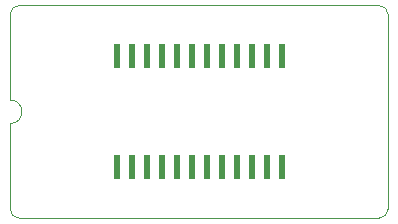
<source format=gtp>
G04 #@! TF.FileFunction,Paste,Top*
%FSLAX46Y46*%
G04 Gerber Fmt 4.6, Leading zero omitted, Abs format (unit mm)*
G04 Created by KiCad (PCBNEW 4.0.2-4+6225~38~ubuntu15.10.1-stable) date Fri May 13 21:54:02 2016*
%MOMM*%
G01*
G04 APERTURE LIST*
%ADD10C,0.101600*%
%ADD11C,0.100000*%
%ADD12R,0.600000X2.000000*%
G04 APERTURE END LIST*
D10*
D11*
X0Y8000000D02*
X0Y750000D01*
X0Y8000000D02*
G75*
G03X0Y10000000I0J1000000D01*
G01*
X32000000Y17250000D02*
G75*
G03X31250000Y18000000I-750000J0D01*
G01*
X0Y750000D02*
G75*
G03X750000Y0I750000J0D01*
G01*
X31250000Y0D02*
G75*
G03X32000000Y750000I0J750000D01*
G01*
X750000Y18000000D02*
G75*
G03X0Y17250000I0J-750000D01*
G01*
X0Y10000000D02*
X0Y17250000D01*
X31250000Y0D02*
X750000Y0D01*
X32000000Y17250000D02*
X32000000Y750000D01*
X750000Y18000000D02*
X31250000Y18000000D01*
D12*
X9015000Y4300000D03*
X10285000Y4300000D03*
X11555000Y4300000D03*
X12825000Y4300000D03*
X14095000Y4300000D03*
X15365000Y4300000D03*
X16635000Y4300000D03*
X17905000Y4300000D03*
X19175000Y4300000D03*
X20445000Y4300000D03*
X21715000Y4300000D03*
X22985000Y4300000D03*
X22985000Y13700000D03*
X21715000Y13700000D03*
X20445000Y13700000D03*
X19175000Y13700000D03*
X17905000Y13700000D03*
X16635000Y13700000D03*
X15365000Y13700000D03*
X14095000Y13700000D03*
X12825000Y13700000D03*
X11555000Y13700000D03*
X10285000Y13700000D03*
X9015000Y13700000D03*
M02*

</source>
